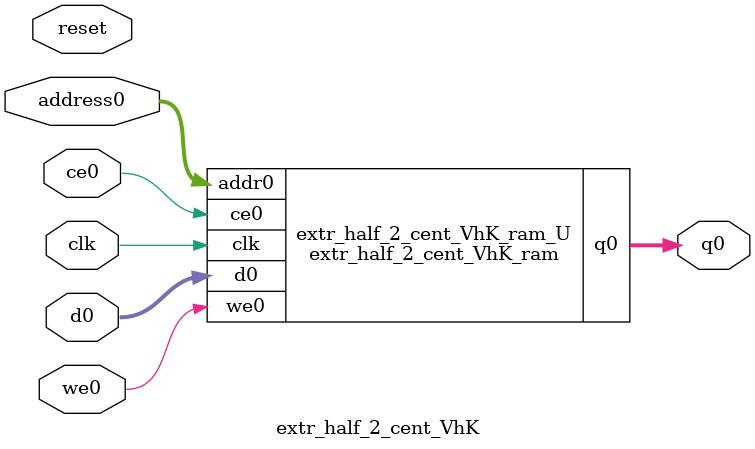
<source format=v>
`timescale 1 ns / 1 ps
module extr_half_2_cent_VhK_ram (addr0, ce0, d0, we0, q0,  clk);

parameter DWIDTH = 8;
parameter AWIDTH = 10;
parameter MEM_SIZE = 736;

input[AWIDTH-1:0] addr0;
input ce0;
input[DWIDTH-1:0] d0;
input we0;
output reg[DWIDTH-1:0] q0;
input clk;

(* ram_style = "block" *)reg [DWIDTH-1:0] ram[0:MEM_SIZE-1];




always @(posedge clk)  
begin 
    if (ce0) begin
        if (we0) 
            ram[addr0] <= d0; 
        q0 <= ram[addr0];
    end
end


endmodule

`timescale 1 ns / 1 ps
module extr_half_2_cent_VhK(
    reset,
    clk,
    address0,
    ce0,
    we0,
    d0,
    q0);

parameter DataWidth = 32'd8;
parameter AddressRange = 32'd736;
parameter AddressWidth = 32'd10;
input reset;
input clk;
input[AddressWidth - 1:0] address0;
input ce0;
input we0;
input[DataWidth - 1:0] d0;
output[DataWidth - 1:0] q0;



extr_half_2_cent_VhK_ram extr_half_2_cent_VhK_ram_U(
    .clk( clk ),
    .addr0( address0 ),
    .ce0( ce0 ),
    .we0( we0 ),
    .d0( d0 ),
    .q0( q0 ));

endmodule


</source>
